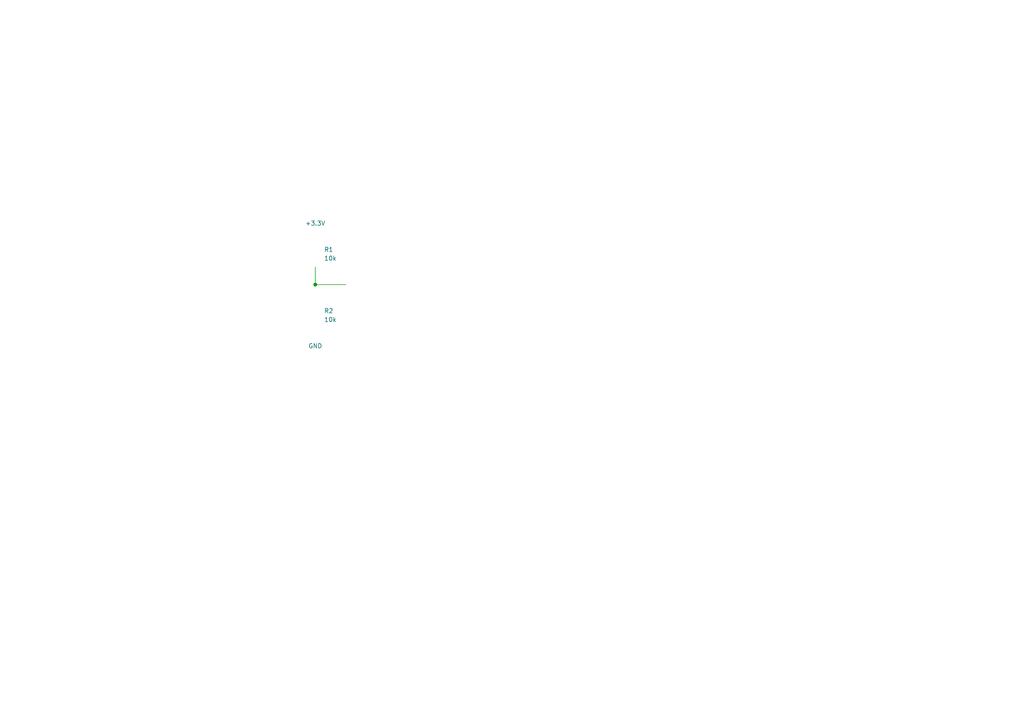
<source format=kicad_sch>
(kicad_sch (version 20250114) (generator "eeschema") (generator_version "9.0")
  (paper "A4")
  (title_block (title "Resistor Divider Fixed"))
  (lib_symbols
    (symbol "+3.3V" (power) (pin_numbers (hide yes)) (pin_names (offset 0) (hide yes))
      (property "Value" "+3.3V" (at 0 3.556 0))
      (symbol "+3.3V_0_1"
        (polyline (pts (xy -0.762 1.27) (xy 0 2.54)))
        (polyline (pts (xy 0 2.54) (xy 0.762 1.27)))
        (polyline (pts (xy 0 0) (xy 0 2.54)))
      )
      (symbol "+3.3V_1_1"
        (pin power_in line (at 0 0 90) (length 0) (name "~") (number "1"))
      )
    )
    (symbol "GND" (power) (pin_numbers (hide yes)) (pin_names (offset 0) (hide yes))
      (property "Value" "GND" (at 0 -3.81 0))
      (symbol "GND_0_1"
        (polyline (pts (xy 0 0) (xy 0 -1.27) (xy 1.27 -1.27) (xy 0 -2.54) (xy -1.27 -1.27) (xy 0 -1.27)))
      )
      (symbol "GND_1_1"
        (pin power_in line (at 0 0 270) (length 0) (name "~") (number "1"))
      )
    )
    (symbol "R" (pin_numbers (hide yes)) (pin_names (offset 0))
      (property "Reference" "R" (at 2.032 0 90))
      (property "Value" "R" (at 0 0 90))
      (symbol "R_0_1"
        (rectangle (start -1.016 -2.54) (end 1.016 2.54) (stroke (width 0.254)))
      )
      (symbol "R_1_1"
        (pin passive line (at 0 3.81 270) (length 1.27) (name "~") (number "1"))
        (pin passive line (at 0 -3.81 90) (length 1.27) (name "~") (number "2"))
      )
    )
  )
  (symbol (lib_id "power:+3.3V") (at 91.44 69.85 0) (unit 1)
    (property "Reference" "#PWR02" (effects (hide yes)))
    (property "Value" "+3.3V" (at 91.44 64.77 0))
  )
  (symbol (lib_id "power:GND") (at 91.44 95.25 0) (unit 1)
    (property "Reference" "#PWR01" (effects (hide yes)))
    (property "Value" "GND" (at 91.44 100.33 0))
  )
  (symbol (lib_id "Device:R") (at 91.44 73.66 0) (unit 1)
    (property "Reference" "R1" (at 93.98 72.3899 0) (effects (justify left)))
    (property "Value" "10k" (at 93.98 74.9299 0) (effects (justify left)))
  )
  (symbol (lib_id "Device:R") (at 91.44 91.44 0) (unit 1)
    (property "Reference" "R2" (at 93.98 90.1699 0) (effects (justify left)))
    (property "Value" "10k" (at 93.98 92.7099 0) (effects (justify left)))
  )
  (wire (pts (xy 91.44 77.47) (xy 91.44 87.63)))
  (wire (pts (xy 91.44 82.55) (xy 100.33 82.55)))
  (junction (at 91.44 82.55))
)
</source>
